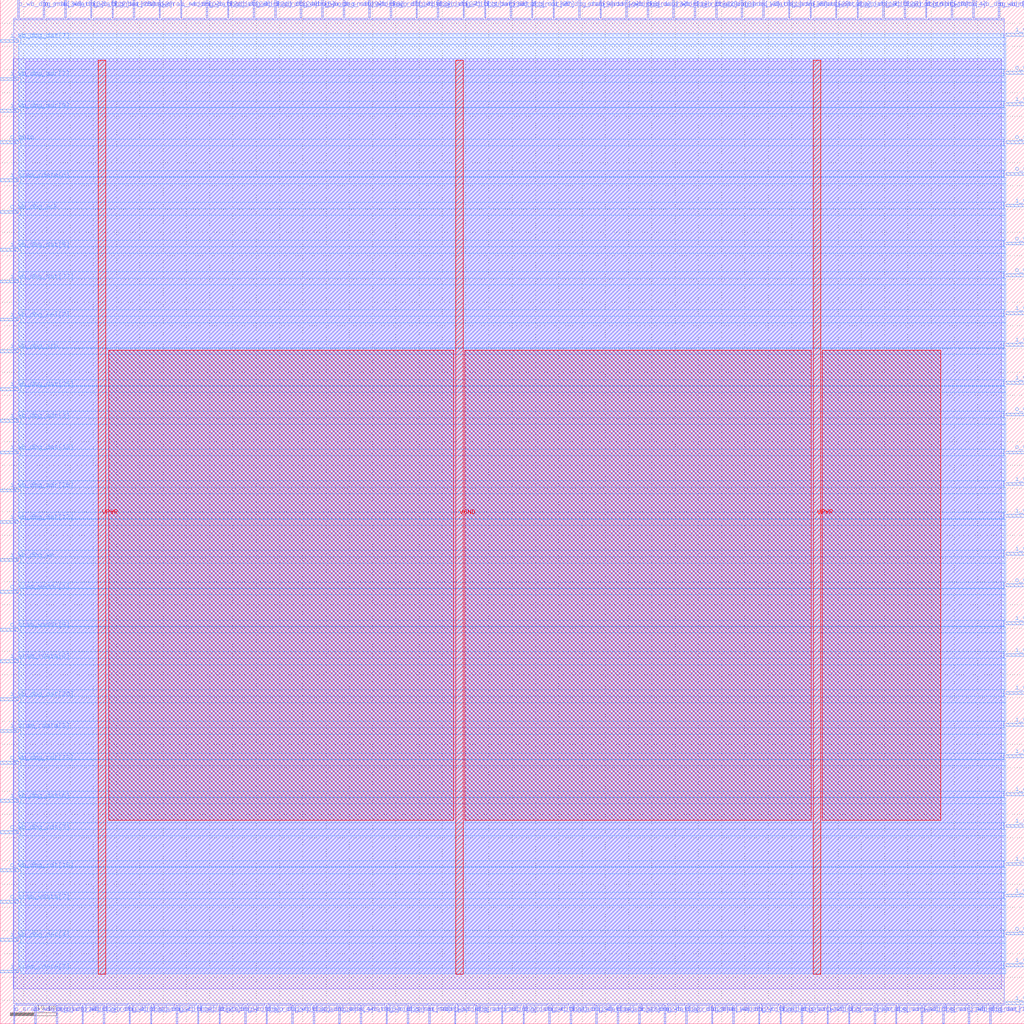
<source format=lef>
VERSION 5.7 ;
  NOWIREEXTENSIONATPIN ON ;
  DIVIDERCHAR "/" ;
  BUSBITCHARS "[]" ;
MACRO subservient
  CLASS BLOCK ;
  FOREIGN subservient ;
  ORIGIN 0.000 0.000 ;
  SIZE 220.000 BY 220.000 ;
  PIN i_clk
    DIRECTION INPUT ;
    USE SIGNAL ;
    PORT
      LAYER met3 ;
        RECT 216.000 49.000 220.000 49.600 ;
    END
  END i_clk
  PIN i_debug_mode
    DIRECTION INPUT ;
    USE SIGNAL ;
    PORT
      LAYER met2 ;
        RECT 64.490 216.000 64.770 220.000 ;
    END
  END i_debug_mode
  PIN i_rst
    DIRECTION INPUT ;
    USE SIGNAL ;
    PORT
      LAYER met2 ;
        RECT 204.330 216.000 204.610 220.000 ;
    END
  END i_rst
  PIN i_sram_rdata[0]
    DIRECTION INPUT ;
    USE SIGNAL ;
    PORT
      LAYER met3 ;
        RECT 0.000 77.560 4.000 78.160 ;
    END
  END i_sram_rdata[0]
  PIN i_sram_rdata[1]
    DIRECTION INPUT ;
    USE SIGNAL ;
    PORT
      LAYER met2 ;
        RECT 104.050 216.000 104.330 220.000 ;
    END
  END i_sram_rdata[1]
  PIN i_sram_rdata[2]
    DIRECTION INPUT ;
    USE SIGNAL ;
    PORT
      LAYER met2 ;
        RECT 24.010 216.000 24.290 220.000 ;
    END
  END i_sram_rdata[2]
  PIN i_sram_rdata[3]
    DIRECTION INPUT ;
    USE SIGNAL ;
    PORT
      LAYER met3 ;
        RECT 0.000 62.600 4.000 63.200 ;
    END
  END i_sram_rdata[3]
  PIN i_sram_rdata[4]
    DIRECTION INPUT ;
    USE SIGNAL ;
    PORT
      LAYER met2 ;
        RECT 182.250 0.000 182.530 4.000 ;
    END
  END i_sram_rdata[4]
  PIN i_sram_rdata[5]
    DIRECTION INPUT ;
    USE SIGNAL ;
    PORT
      LAYER met3 ;
        RECT 216.000 42.200 220.000 42.800 ;
    END
  END i_sram_rdata[5]
  PIN i_sram_rdata[6]
    DIRECTION INPUT ;
    USE SIGNAL ;
    PORT
      LAYER met3 ;
        RECT 0.000 180.920 4.000 181.520 ;
    END
  END i_sram_rdata[6]
  PIN i_sram_rdata[7]
    DIRECTION INPUT ;
    USE SIGNAL ;
    PORT
      LAYER met3 ;
        RECT 0.000 10.920 4.000 11.520 ;
    END
  END i_sram_rdata[7]
  PIN i_wb_dbg_adr[0]
    DIRECTION INPUT ;
    USE SIGNAL ;
    PORT
      LAYER met3 ;
        RECT 216.000 4.120 220.000 4.720 ;
    END
  END i_wb_dbg_adr[0]
  PIN i_wb_dbg_adr[10]
    DIRECTION INPUT ;
    USE SIGNAL ;
    PORT
      LAYER met2 ;
        RECT 62.650 0.000 62.930 4.000 ;
    END
  END i_wb_dbg_adr[10]
  PIN i_wb_dbg_adr[11]
    DIRECTION INPUT ;
    USE SIGNAL ;
    PORT
      LAYER met3 ;
        RECT 216.000 85.720 220.000 86.320 ;
    END
  END i_wb_dbg_adr[11]
  PIN i_wb_dbg_adr[12]
    DIRECTION INPUT ;
    USE SIGNAL ;
    PORT
      LAYER met2 ;
        RECT 167.530 0.000 167.810 4.000 ;
    END
  END i_wb_dbg_adr[12]
  PIN i_wb_dbg_adr[13]
    DIRECTION INPUT ;
    USE SIGNAL ;
    PORT
      LAYER met2 ;
        RECT 153.730 216.000 154.010 220.000 ;
    END
  END i_wb_dbg_adr[13]
  PIN i_wb_dbg_adr[14]
    DIRECTION INPUT ;
    USE SIGNAL ;
    PORT
      LAYER met2 ;
        RECT 208.930 216.000 209.210 220.000 ;
    END
  END i_wb_dbg_adr[14]
  PIN i_wb_dbg_adr[15]
    DIRECTION INPUT ;
    USE SIGNAL ;
    PORT
      LAYER met3 ;
        RECT 216.000 34.040 220.000 34.640 ;
    END
  END i_wb_dbg_adr[15]
  PIN i_wb_dbg_adr[16]
    DIRECTION INPUT ;
    USE SIGNAL ;
    PORT
      LAYER met2 ;
        RECT 97.610 0.000 97.890 4.000 ;
    END
  END i_wb_dbg_adr[16]
  PIN i_wb_dbg_adr[17]
    DIRECTION INPUT ;
    USE SIGNAL ;
    PORT
      LAYER met2 ;
        RECT 127.970 0.000 128.250 4.000 ;
    END
  END i_wb_dbg_adr[17]
  PIN i_wb_dbg_adr[18]
    DIRECTION INPUT ;
    USE SIGNAL ;
    PORT
      LAYER met3 ;
        RECT 216.000 197.240 220.000 197.840 ;
    END
  END i_wb_dbg_adr[18]
  PIN i_wb_dbg_adr[19]
    DIRECTION INPUT ;
    USE SIGNAL ;
    PORT
      LAYER met2 ;
        RECT 197.890 0.000 198.170 4.000 ;
    END
  END i_wb_dbg_adr[19]
  PIN i_wb_dbg_adr[1]
    DIRECTION INPUT ;
    USE SIGNAL ;
    PORT
      LAYER met3 ;
        RECT 216.000 78.920 220.000 79.520 ;
    END
  END i_wb_dbg_adr[1]
  PIN i_wb_dbg_adr[20]
    DIRECTION INPUT ;
    USE SIGNAL ;
    PORT
      LAYER met2 ;
        RECT 77.370 0.000 77.650 4.000 ;
    END
  END i_wb_dbg_adr[20]
  PIN i_wb_dbg_adr[21]
    DIRECTION INPUT ;
    USE SIGNAL ;
    PORT
      LAYER met2 ;
        RECT 48.850 216.000 49.130 220.000 ;
    END
  END i_wb_dbg_adr[21]
  PIN i_wb_dbg_adr[22]
    DIRECTION INPUT ;
    USE SIGNAL ;
    PORT
      LAYER met2 ;
        RECT 27.690 0.000 27.970 4.000 ;
    END
  END i_wb_dbg_adr[22]
  PIN i_wb_dbg_adr[23]
    DIRECTION INPUT ;
    USE SIGNAL ;
    PORT
      LAYER met2 ;
        RECT 187.770 0.000 188.050 4.000 ;
    END
  END i_wb_dbg_adr[23]
  PIN i_wb_dbg_adr[24]
    DIRECTION INPUT ;
    USE SIGNAL ;
    PORT
      LAYER met3 ;
        RECT 216.000 137.400 220.000 138.000 ;
    END
  END i_wb_dbg_adr[24]
  PIN i_wb_dbg_adr[25]
    DIRECTION INPUT ;
    USE SIGNAL ;
    PORT
      LAYER met2 ;
        RECT 163.850 216.000 164.130 220.000 ;
    END
  END i_wb_dbg_adr[25]
  PIN i_wb_dbg_adr[26]
    DIRECTION INPUT ;
    USE SIGNAL ;
    PORT
      LAYER met3 ;
        RECT 0.000 114.280 4.000 114.880 ;
    END
  END i_wb_dbg_adr[26]
  PIN i_wb_dbg_adr[27]
    DIRECTION INPUT ;
    USE SIGNAL ;
    PORT
      LAYER met3 ;
        RECT 216.000 115.640 220.000 116.240 ;
    END
  END i_wb_dbg_adr[27]
  PIN i_wb_dbg_adr[28]
    DIRECTION INPUT ;
    USE SIGNAL ;
    PORT
      LAYER met2 ;
        RECT 117.850 0.000 118.130 4.000 ;
    END
  END i_wb_dbg_adr[28]
  PIN i_wb_dbg_adr[29]
    DIRECTION INPUT ;
    USE SIGNAL ;
    PORT
      LAYER met3 ;
        RECT 216.000 175.480 220.000 176.080 ;
    END
  END i_wb_dbg_adr[29]
  PIN i_wb_dbg_adr[2]
    DIRECTION INPUT ;
    USE SIGNAL ;
    PORT
      LAYER met2 ;
        RECT 132.570 0.000 132.850 4.000 ;
    END
  END i_wb_dbg_adr[2]
  PIN i_wb_dbg_adr[30]
    DIRECTION INPUT ;
    USE SIGNAL ;
    PORT
      LAYER met3 ;
        RECT 216.000 145.560 220.000 146.160 ;
    END
  END i_wb_dbg_adr[30]
  PIN i_wb_dbg_adr[31]
    DIRECTION INPUT ;
    USE SIGNAL ;
    PORT
      LAYER met2 ;
        RECT 22.170 0.000 22.450 4.000 ;
    END
  END i_wb_dbg_adr[31]
  PIN i_wb_dbg_adr[3]
    DIRECTION INPUT ;
    USE SIGNAL ;
    PORT
      LAYER met3 ;
        RECT 0.000 129.240 4.000 129.840 ;
    END
  END i_wb_dbg_adr[3]
  PIN i_wb_dbg_adr[4]
    DIRECTION INPUT ;
    USE SIGNAL ;
    PORT
      LAYER met2 ;
        RECT 67.250 0.000 67.530 4.000 ;
    END
  END i_wb_dbg_adr[4]
  PIN i_wb_dbg_adr[5]
    DIRECTION INPUT ;
    USE SIGNAL ;
    PORT
      LAYER met2 ;
        RECT 58.970 216.000 59.250 220.000 ;
    END
  END i_wb_dbg_adr[5]
  PIN i_wb_dbg_adr[6]
    DIRECTION INPUT ;
    USE SIGNAL ;
    PORT
      LAYER met2 ;
        RECT 42.410 0.000 42.690 4.000 ;
    END
  END i_wb_dbg_adr[6]
  PIN i_wb_dbg_adr[7]
    DIRECTION INPUT ;
    USE SIGNAL ;
    PORT
      LAYER met3 ;
        RECT 0.000 202.680 4.000 203.280 ;
    END
  END i_wb_dbg_adr[7]
  PIN i_wb_dbg_adr[8]
    DIRECTION INPUT ;
    USE SIGNAL ;
    PORT
      LAYER met3 ;
        RECT 216.000 27.240 220.000 27.840 ;
    END
  END i_wb_dbg_adr[8]
  PIN i_wb_dbg_adr[9]
    DIRECTION INPUT ;
    USE SIGNAL ;
    PORT
      LAYER met3 ;
        RECT 0.000 195.880 4.000 196.480 ;
    END
  END i_wb_dbg_adr[9]
  PIN i_wb_dbg_dat[0]
    DIRECTION INPUT ;
    USE SIGNAL ;
    PORT
      LAYER met2 ;
        RECT 162.930 0.000 163.210 4.000 ;
    END
  END i_wb_dbg_dat[0]
  PIN i_wb_dbg_dat[10]
    DIRECTION INPUT ;
    USE SIGNAL ;
    PORT
      LAYER met2 ;
        RECT 107.730 0.000 108.010 4.000 ;
    END
  END i_wb_dbg_dat[10]
  PIN i_wb_dbg_dat[11]
    DIRECTION INPUT ;
    USE SIGNAL ;
    PORT
      LAYER met3 ;
        RECT 216.000 57.160 220.000 57.760 ;
    END
  END i_wb_dbg_dat[11]
  PIN i_wb_dbg_dat[12]
    DIRECTION INPUT ;
    USE SIGNAL ;
    PORT
      LAYER met3 ;
        RECT 0.000 122.440 4.000 123.040 ;
    END
  END i_wb_dbg_dat[12]
  PIN i_wb_dbg_dat[13]
    DIRECTION INPUT ;
    USE SIGNAL ;
    PORT
      LAYER met3 ;
        RECT 0.000 107.480 4.000 108.080 ;
    END
  END i_wb_dbg_dat[13]
  PIN i_wb_dbg_dat[14]
    DIRECTION INPUT ;
    USE SIGNAL ;
    PORT
      LAYER met2 ;
        RECT 122.450 0.000 122.730 4.000 ;
    END
  END i_wb_dbg_dat[14]
  PIN i_wb_dbg_dat[15]
    DIRECTION INPUT ;
    USE SIGNAL ;
    PORT
      LAYER met2 ;
        RECT 179.490 216.000 179.770 220.000 ;
    END
  END i_wb_dbg_dat[15]
  PIN i_wb_dbg_dat[16]
    DIRECTION INPUT ;
    USE SIGNAL ;
    PORT
      LAYER met3 ;
        RECT 216.000 100.680 220.000 101.280 ;
    END
  END i_wb_dbg_dat[16]
  PIN i_wb_dbg_dat[17]
    DIRECTION INPUT ;
    USE SIGNAL ;
    PORT
      LAYER met2 ;
        RECT 13.890 216.000 14.170 220.000 ;
    END
  END i_wb_dbg_dat[17]
  PIN i_wb_dbg_dat[18]
    DIRECTION INPUT ;
    USE SIGNAL ;
    PORT
      LAYER met2 ;
        RECT 147.290 0.000 147.570 4.000 ;
    END
  END i_wb_dbg_dat[18]
  PIN i_wb_dbg_dat[19]
    DIRECTION INPUT ;
    USE SIGNAL ;
    PORT
      LAYER met3 ;
        RECT 216.000 63.960 220.000 64.560 ;
    END
  END i_wb_dbg_dat[19]
  PIN i_wb_dbg_dat[1]
    DIRECTION INPUT ;
    USE SIGNAL ;
    PORT
      LAYER met2 ;
        RECT 208.010 0.000 208.290 4.000 ;
    END
  END i_wb_dbg_dat[1]
  PIN i_wb_dbg_dat[20]
    DIRECTION INPUT ;
    USE SIGNAL ;
    PORT
      LAYER met3 ;
        RECT 0.000 69.400 4.000 70.000 ;
    END
  END i_wb_dbg_dat[20]
  PIN i_wb_dbg_dat[21]
    DIRECTION INPUT ;
    USE SIGNAL ;
    PORT
      LAYER met2 ;
        RECT 38.730 216.000 39.010 220.000 ;
    END
  END i_wb_dbg_dat[21]
  PIN i_wb_dbg_dat[22]
    DIRECTION INPUT ;
    USE SIGNAL ;
    PORT
      LAYER met3 ;
        RECT 0.000 159.160 4.000 159.760 ;
    END
  END i_wb_dbg_dat[22]
  PIN i_wb_dbg_dat[23]
    DIRECTION INPUT ;
    USE SIGNAL ;
    PORT
      LAYER met2 ;
        RECT 37.810 0.000 38.090 4.000 ;
    END
  END i_wb_dbg_dat[23]
  PIN i_wb_dbg_dat[24]
    DIRECTION INPUT ;
    USE SIGNAL ;
    PORT
      LAYER met3 ;
        RECT 216.000 152.360 220.000 152.960 ;
    END
  END i_wb_dbg_dat[24]
  PIN i_wb_dbg_dat[25]
    DIRECTION INPUT ;
    USE SIGNAL ;
    PORT
      LAYER met3 ;
        RECT 0.000 136.040 4.000 136.640 ;
    END
  END i_wb_dbg_dat[25]
  PIN i_wb_dbg_dat[26]
    DIRECTION INPUT ;
    USE SIGNAL ;
    PORT
      LAYER met2 ;
        RECT 44.250 216.000 44.530 220.000 ;
    END
  END i_wb_dbg_dat[26]
  PIN i_wb_dbg_dat[27]
    DIRECTION INPUT ;
    USE SIGNAL ;
    PORT
      LAYER met2 ;
        RECT 89.330 216.000 89.610 220.000 ;
    END
  END i_wb_dbg_dat[27]
  PIN i_wb_dbg_dat[28]
    DIRECTION INPUT ;
    USE SIGNAL ;
    PORT
      LAYER met2 ;
        RECT 19.410 216.000 19.690 220.000 ;
    END
  END i_wb_dbg_dat[28]
  PIN i_wb_dbg_dat[29]
    DIRECTION INPUT ;
    USE SIGNAL ;
    PORT
      LAYER met3 ;
        RECT 216.000 212.200 220.000 212.800 ;
    END
  END i_wb_dbg_dat[29]
  PIN i_wb_dbg_dat[2]
    DIRECTION INPUT ;
    USE SIGNAL ;
    PORT
      LAYER met2 ;
        RECT 137.170 0.000 137.450 4.000 ;
    END
  END i_wb_dbg_dat[2]
  PIN i_wb_dbg_dat[30]
    DIRECTION INPUT ;
    USE SIGNAL ;
    PORT
      LAYER met2 ;
        RECT 99.450 216.000 99.730 220.000 ;
    END
  END i_wb_dbg_dat[30]
  PIN i_wb_dbg_dat[31]
    DIRECTION INPUT ;
    USE SIGNAL ;
    PORT
      LAYER met3 ;
        RECT 216.000 70.760 220.000 71.360 ;
    END
  END i_wb_dbg_dat[31]
  PIN i_wb_dbg_dat[3]
    DIRECTION INPUT ;
    USE SIGNAL ;
    PORT
      LAYER met2 ;
        RECT 134.410 216.000 134.690 220.000 ;
    END
  END i_wb_dbg_dat[3]
  PIN i_wb_dbg_dat[4]
    DIRECTION INPUT ;
    USE SIGNAL ;
    PORT
      LAYER met3 ;
        RECT 0.000 17.720 4.000 18.320 ;
    END
  END i_wb_dbg_dat[4]
  PIN i_wb_dbg_dat[5]
    DIRECTION INPUT ;
    USE SIGNAL ;
    PORT
      LAYER met3 ;
        RECT 0.000 165.960 4.000 166.560 ;
    END
  END i_wb_dbg_dat[5]
  PIN i_wb_dbg_dat[6]
    DIRECTION INPUT ;
    USE SIGNAL ;
    PORT
      LAYER met3 ;
        RECT 0.000 47.640 4.000 48.240 ;
    END
  END i_wb_dbg_dat[6]
  PIN i_wb_dbg_dat[7]
    DIRECTION INPUT ;
    USE SIGNAL ;
    PORT
      LAYER met3 ;
        RECT 0.000 210.840 4.000 211.440 ;
    END
  END i_wb_dbg_dat[7]
  PIN i_wb_dbg_dat[8]
    DIRECTION INPUT ;
    USE SIGNAL ;
    PORT
      LAYER met2 ;
        RECT 149.130 216.000 149.410 220.000 ;
    END
  END i_wb_dbg_dat[8]
  PIN i_wb_dbg_dat[9]
    DIRECTION INPUT ;
    USE SIGNAL ;
    PORT
      LAYER met2 ;
        RECT 118.770 216.000 119.050 220.000 ;
    END
  END i_wb_dbg_dat[9]
  PIN i_wb_dbg_sel[0]
    DIRECTION INPUT ;
    USE SIGNAL ;
    PORT
      LAYER met2 ;
        RECT 177.650 0.000 177.930 4.000 ;
    END
  END i_wb_dbg_sel[0]
  PIN i_wb_dbg_sel[1]
    DIRECTION INPUT ;
    USE SIGNAL ;
    PORT
      LAYER met3 ;
        RECT 216.000 108.840 220.000 109.440 ;
    END
  END i_wb_dbg_sel[1]
  PIN i_wb_dbg_sel[2]
    DIRECTION INPUT ;
    USE SIGNAL ;
    PORT
      LAYER met3 ;
        RECT 0.000 151.000 4.000 151.600 ;
    END
  END i_wb_dbg_sel[2]
  PIN i_wb_dbg_sel[3]
    DIRECTION INPUT ;
    USE SIGNAL ;
    PORT
      LAYER met3 ;
        RECT 216.000 12.280 220.000 12.880 ;
    END
  END i_wb_dbg_sel[3]
  PIN i_wb_dbg_stb
    DIRECTION INPUT ;
    USE SIGNAL ;
    PORT
      LAYER met3 ;
        RECT 0.000 144.200 4.000 144.800 ;
    END
  END i_wb_dbg_stb
  PIN i_wb_dbg_we
    DIRECTION INPUT ;
    USE SIGNAL ;
    PORT
      LAYER met3 ;
        RECT 0.000 99.320 4.000 99.920 ;
    END
  END i_wb_dbg_we
  PIN o_gpio
    DIRECTION OUTPUT TRISTATE ;
    USE SIGNAL ;
    PORT
      LAYER met3 ;
        RECT 0.000 189.080 4.000 189.680 ;
    END
  END o_gpio
  PIN o_sram_raddr[0]
    DIRECTION OUTPUT TRISTATE ;
    USE SIGNAL ;
    PORT
      LAYER met2 ;
        RECT 34.130 216.000 34.410 220.000 ;
    END
  END o_sram_raddr[0]
  PIN o_sram_raddr[1]
    DIRECTION OUTPUT TRISTATE ;
    USE SIGNAL ;
    PORT
      LAYER met2 ;
        RECT 139.010 216.000 139.290 220.000 ;
    END
  END o_sram_raddr[1]
  PIN o_sram_raddr[2]
    DIRECTION OUTPUT TRISTATE ;
    USE SIGNAL ;
    PORT
      LAYER met2 ;
        RECT 12.050 0.000 12.330 4.000 ;
    END
  END o_sram_raddr[2]
  PIN o_sram_raddr[3]
    DIRECTION OUTPUT TRISTATE ;
    USE SIGNAL ;
    PORT
      LAYER met2 ;
        RECT 87.490 0.000 87.770 4.000 ;
    END
  END o_sram_raddr[3]
  PIN o_sram_raddr[4]
    DIRECTION OUTPUT TRISTATE ;
    USE SIGNAL ;
    PORT
      LAYER met3 ;
        RECT 216.000 189.080 220.000 189.680 ;
    END
  END o_sram_raddr[4]
  PIN o_sram_raddr[5]
    DIRECTION OUTPUT TRISTATE ;
    USE SIGNAL ;
    PORT
      LAYER met2 ;
        RECT 202.490 0.000 202.770 4.000 ;
    END
  END o_sram_raddr[5]
  PIN o_sram_raddr[6]
    DIRECTION OUTPUT TRISTATE ;
    USE SIGNAL ;
    PORT
      LAYER met2 ;
        RECT 73.690 216.000 73.970 220.000 ;
    END
  END o_sram_raddr[6]
  PIN o_sram_raddr[7]
    DIRECTION OUTPUT TRISTATE ;
    USE SIGNAL ;
    PORT
      LAYER met2 ;
        RECT 102.210 0.000 102.490 4.000 ;
    END
  END o_sram_raddr[7]
  PIN o_sram_raddr[8]
    DIRECTION OUTPUT TRISTATE ;
    USE SIGNAL ;
    PORT
      LAYER met2 ;
        RECT 212.610 0.000 212.890 4.000 ;
    END
  END o_sram_raddr[8]
  PIN o_sram_ren
    DIRECTION OUTPUT TRISTATE ;
    USE SIGNAL ;
    PORT
      LAYER met2 ;
        RECT 114.170 216.000 114.450 220.000 ;
    END
  END o_sram_ren
  PIN o_sram_waddr[0]
    DIRECTION OUTPUT TRISTATE ;
    USE SIGNAL ;
    PORT
      LAYER met2 ;
        RECT 124.290 216.000 124.570 220.000 ;
    END
  END o_sram_waddr[0]
  PIN o_sram_waddr[1]
    DIRECTION OUTPUT TRISTATE ;
    USE SIGNAL ;
    PORT
      LAYER met3 ;
        RECT 0.000 92.520 4.000 93.120 ;
    END
  END o_sram_waddr[1]
  PIN o_sram_waddr[2]
    DIRECTION OUTPUT TRISTATE ;
    USE SIGNAL ;
    PORT
      LAYER met2 ;
        RECT 172.130 0.000 172.410 4.000 ;
    END
  END o_sram_waddr[2]
  PIN o_sram_waddr[3]
    DIRECTION OUTPUT TRISTATE ;
    USE SIGNAL ;
    PORT
      LAYER met3 ;
        RECT 216.000 182.280 220.000 182.880 ;
    END
  END o_sram_waddr[3]
  PIN o_sram_waddr[4]
    DIRECTION OUTPUT TRISTATE ;
    USE SIGNAL ;
    PORT
      LAYER met2 ;
        RECT 192.370 0.000 192.650 4.000 ;
    END
  END o_sram_waddr[4]
  PIN o_sram_waddr[5]
    DIRECTION OUTPUT TRISTATE ;
    USE SIGNAL ;
    PORT
      LAYER met2 ;
        RECT 92.090 0.000 92.370 4.000 ;
    END
  END o_sram_waddr[5]
  PIN o_sram_waddr[6]
    DIRECTION OUTPUT TRISTATE ;
    USE SIGNAL ;
    PORT
      LAYER met2 ;
        RECT 128.890 216.000 129.170 220.000 ;
    END
  END o_sram_waddr[6]
  PIN o_sram_waddr[7]
    DIRECTION OUTPUT TRISTATE ;
    USE SIGNAL ;
    PORT
      LAYER met2 ;
        RECT 152.810 0.000 153.090 4.000 ;
    END
  END o_sram_waddr[7]
  PIN o_sram_waddr[8]
    DIRECTION OUTPUT TRISTATE ;
    USE SIGNAL ;
    PORT
      LAYER met3 ;
        RECT 0.000 84.360 4.000 84.960 ;
    END
  END o_sram_waddr[8]
  PIN o_sram_wdata[0]
    DIRECTION OUTPUT TRISTATE ;
    USE SIGNAL ;
    PORT
      LAYER met2 ;
        RECT 173.970 216.000 174.250 220.000 ;
    END
  END o_sram_wdata[0]
  PIN o_sram_wdata[1]
    DIRECTION OUTPUT TRISTATE ;
    USE SIGNAL ;
    PORT
      LAYER met2 ;
        RECT 159.250 216.000 159.530 220.000 ;
    END
  END o_sram_wdata[1]
  PIN o_sram_wdata[2]
    DIRECTION OUTPUT TRISTATE ;
    USE SIGNAL ;
    PORT
      LAYER met2 ;
        RECT 169.370 216.000 169.650 220.000 ;
    END
  END o_sram_wdata[2]
  PIN o_sram_wdata[3]
    DIRECTION OUTPUT TRISTATE ;
    USE SIGNAL ;
    PORT
      LAYER met2 ;
        RECT 9.290 216.000 9.570 220.000 ;
    END
  END o_sram_wdata[3]
  PIN o_sram_wdata[4]
    DIRECTION OUTPUT TRISTATE ;
    USE SIGNAL ;
    PORT
      LAYER met2 ;
        RECT 198.810 216.000 199.090 220.000 ;
    END
  END o_sram_wdata[4]
  PIN o_sram_wdata[5]
    DIRECTION OUTPUT TRISTATE ;
    USE SIGNAL ;
    PORT
      LAYER met2 ;
        RECT 72.770 0.000 73.050 4.000 ;
    END
  END o_sram_wdata[5]
  PIN o_sram_wdata[6]
    DIRECTION OUTPUT TRISTATE ;
    USE SIGNAL ;
    PORT
      LAYER met2 ;
        RECT 2.850 0.000 3.130 4.000 ;
    END
  END o_sram_wdata[6]
  PIN o_sram_wdata[7]
    DIRECTION OUTPUT TRISTATE ;
    USE SIGNAL ;
    PORT
      LAYER met3 ;
        RECT 0.000 25.880 4.000 26.480 ;
    END
  END o_sram_wdata[7]
  PIN o_sram_wen
    DIRECTION OUTPUT TRISTATE ;
    USE SIGNAL ;
    PORT
      LAYER met2 ;
        RECT 28.610 216.000 28.890 220.000 ;
    END
  END o_sram_wen
  PIN o_wb_dbg_ack
    DIRECTION OUTPUT TRISTATE ;
    USE SIGNAL ;
    PORT
      LAYER met3 ;
        RECT 0.000 174.120 4.000 174.720 ;
    END
  END o_wb_dbg_ack
  PIN o_wb_dbg_rdt[0]
    DIRECTION OUTPUT TRISTATE ;
    USE SIGNAL ;
    PORT
      LAYER met3 ;
        RECT 216.000 19.080 220.000 19.680 ;
    END
  END o_wb_dbg_rdt[0]
  PIN o_wb_dbg_rdt[10]
    DIRECTION OUTPUT TRISTATE ;
    USE SIGNAL ;
    PORT
      LAYER met2 ;
        RECT 79.210 216.000 79.490 220.000 ;
    END
  END o_wb_dbg_rdt[10]
  PIN o_wb_dbg_rdt[11]
    DIRECTION OUTPUT TRISTATE ;
    USE SIGNAL ;
    PORT
      LAYER met2 ;
        RECT 93.930 216.000 94.210 220.000 ;
    END
  END o_wb_dbg_rdt[11]
  PIN o_wb_dbg_rdt[12]
    DIRECTION OUTPUT TRISTATE ;
    USE SIGNAL ;
    PORT
      LAYER met2 ;
        RECT 144.530 216.000 144.810 220.000 ;
    END
  END o_wb_dbg_rdt[12]
  PIN o_wb_dbg_rdt[13]
    DIRECTION OUTPUT TRISTATE ;
    USE SIGNAL ;
    PORT
      LAYER met3 ;
        RECT 0.000 55.800 4.000 56.400 ;
    END
  END o_wb_dbg_rdt[13]
  PIN o_wb_dbg_rdt[14]
    DIRECTION OUTPUT TRISTATE ;
    USE SIGNAL ;
    PORT
      LAYER met2 ;
        RECT 32.290 0.000 32.570 4.000 ;
    END
  END o_wb_dbg_rdt[14]
  PIN o_wb_dbg_rdt[15]
    DIRECTION OUTPUT TRISTATE ;
    USE SIGNAL ;
    PORT
      LAYER met2 ;
        RECT 7.450 0.000 7.730 4.000 ;
    END
  END o_wb_dbg_rdt[15]
  PIN o_wb_dbg_rdt[16]
    DIRECTION OUTPUT TRISTATE ;
    USE SIGNAL ;
    PORT
      LAYER met2 ;
        RECT 189.610 216.000 189.890 220.000 ;
    END
  END o_wb_dbg_rdt[16]
  PIN o_wb_dbg_rdt[17]
    DIRECTION OUTPUT TRISTATE ;
    USE SIGNAL ;
    PORT
      LAYER met2 ;
        RECT 194.210 216.000 194.490 220.000 ;
    END
  END o_wb_dbg_rdt[17]
  PIN o_wb_dbg_rdt[18]
    DIRECTION OUTPUT TRISTATE ;
    USE SIGNAL ;
    PORT
      LAYER met3 ;
        RECT 0.000 32.680 4.000 33.280 ;
    END
  END o_wb_dbg_rdt[18]
  PIN o_wb_dbg_rdt[19]
    DIRECTION OUTPUT TRISTATE ;
    USE SIGNAL ;
    PORT
      LAYER met2 ;
        RECT 82.890 0.000 83.170 4.000 ;
    END
  END o_wb_dbg_rdt[19]
  PIN o_wb_dbg_rdt[1]
    DIRECTION OUTPUT TRISTATE ;
    USE SIGNAL ;
    PORT
      LAYER met3 ;
        RECT 216.000 167.320 220.000 167.920 ;
    END
  END o_wb_dbg_rdt[1]
  PIN o_wb_dbg_rdt[20]
    DIRECTION OUTPUT TRISTATE ;
    USE SIGNAL ;
    PORT
      LAYER met2 ;
        RECT 52.530 0.000 52.810 4.000 ;
    END
  END o_wb_dbg_rdt[20]
  PIN o_wb_dbg_rdt[21]
    DIRECTION OUTPUT TRISTATE ;
    USE SIGNAL ;
    PORT
      LAYER met2 ;
        RECT 214.450 216.000 214.730 220.000 ;
    END
  END o_wb_dbg_rdt[21]
  PIN o_wb_dbg_rdt[22]
    DIRECTION OUTPUT TRISTATE ;
    USE SIGNAL ;
    PORT
      LAYER met3 ;
        RECT 216.000 160.520 220.000 161.120 ;
    END
  END o_wb_dbg_rdt[22]
  PIN o_wb_dbg_rdt[23]
    DIRECTION OUTPUT TRISTATE ;
    USE SIGNAL ;
    PORT
      LAYER met2 ;
        RECT 17.570 0.000 17.850 4.000 ;
    END
  END o_wb_dbg_rdt[23]
  PIN o_wb_dbg_rdt[24]
    DIRECTION OUTPUT TRISTATE ;
    USE SIGNAL ;
    PORT
      LAYER met2 ;
        RECT 54.370 216.000 54.650 220.000 ;
    END
  END o_wb_dbg_rdt[24]
  PIN o_wb_dbg_rdt[25]
    DIRECTION OUTPUT TRISTATE ;
    USE SIGNAL ;
    PORT
      LAYER met2 ;
        RECT 184.090 216.000 184.370 220.000 ;
    END
  END o_wb_dbg_rdt[25]
  PIN o_wb_dbg_rdt[26]
    DIRECTION OUTPUT TRISTATE ;
    USE SIGNAL ;
    PORT
      LAYER met2 ;
        RECT 157.410 0.000 157.690 4.000 ;
    END
  END o_wb_dbg_rdt[26]
  PIN o_wb_dbg_rdt[27]
    DIRECTION OUTPUT TRISTATE ;
    USE SIGNAL ;
    PORT
      LAYER met2 ;
        RECT 109.570 216.000 109.850 220.000 ;
    END
  END o_wb_dbg_rdt[27]
  PIN o_wb_dbg_rdt[28]
    DIRECTION OUTPUT TRISTATE ;
    USE SIGNAL ;
    PORT
      LAYER met2 ;
        RECT 112.330 0.000 112.610 4.000 ;
    END
  END o_wb_dbg_rdt[28]
  PIN o_wb_dbg_rdt[29]
    DIRECTION OUTPUT TRISTATE ;
    USE SIGNAL ;
    PORT
      LAYER met2 ;
        RECT 142.690 0.000 142.970 4.000 ;
    END
  END o_wb_dbg_rdt[29]
  PIN o_wb_dbg_rdt[2]
    DIRECTION OUTPUT TRISTATE ;
    USE SIGNAL ;
    PORT
      LAYER met3 ;
        RECT 216.000 122.440 220.000 123.040 ;
    END
  END o_wb_dbg_rdt[2]
  PIN o_wb_dbg_rdt[30]
    DIRECTION OUTPUT TRISTATE ;
    USE SIGNAL ;
    PORT
      LAYER met2 ;
        RECT 3.770 216.000 4.050 220.000 ;
    END
  END o_wb_dbg_rdt[30]
  PIN o_wb_dbg_rdt[31]
    DIRECTION OUTPUT TRISTATE ;
    USE SIGNAL ;
    PORT
      LAYER met2 ;
        RECT 57.130 0.000 57.410 4.000 ;
    END
  END o_wb_dbg_rdt[31]
  PIN o_wb_dbg_rdt[3]
    DIRECTION OUTPUT TRISTATE ;
    USE SIGNAL ;
    PORT
      LAYER met2 ;
        RECT 83.810 216.000 84.090 220.000 ;
    END
  END o_wb_dbg_rdt[3]
  PIN o_wb_dbg_rdt[4]
    DIRECTION OUTPUT TRISTATE ;
    USE SIGNAL ;
    PORT
      LAYER met3 ;
        RECT 216.000 93.880 220.000 94.480 ;
    END
  END o_wb_dbg_rdt[4]
  PIN o_wb_dbg_rdt[5]
    DIRECTION OUTPUT TRISTATE ;
    USE SIGNAL ;
    PORT
      LAYER met3 ;
        RECT 216.000 130.600 220.000 131.200 ;
    END
  END o_wb_dbg_rdt[5]
  PIN o_wb_dbg_rdt[6]
    DIRECTION OUTPUT TRISTATE ;
    USE SIGNAL ;
    PORT
      LAYER met2 ;
        RECT 47.010 0.000 47.290 4.000 ;
    END
  END o_wb_dbg_rdt[6]
  PIN o_wb_dbg_rdt[7]
    DIRECTION OUTPUT TRISTATE ;
    USE SIGNAL ;
    PORT
      LAYER met3 ;
        RECT 0.000 40.840 4.000 41.440 ;
    END
  END o_wb_dbg_rdt[7]
  PIN o_wb_dbg_rdt[8]
    DIRECTION OUTPUT TRISTATE ;
    USE SIGNAL ;
    PORT
      LAYER met3 ;
        RECT 216.000 204.040 220.000 204.640 ;
    END
  END o_wb_dbg_rdt[8]
  PIN o_wb_dbg_rdt[9]
    DIRECTION OUTPUT TRISTATE ;
    USE SIGNAL ;
    PORT
      LAYER met2 ;
        RECT 69.090 216.000 69.370 220.000 ;
    END
  END o_wb_dbg_rdt[9]
  PIN VPWR
    DIRECTION INOUT ;
    USE POWER ;
    PORT
      LAYER met4 ;
        RECT 174.640 10.640 176.240 206.960 ;
    END
  END VPWR
  PIN VPWR
    DIRECTION INOUT ;
    USE POWER ;
    PORT
      LAYER met4 ;
        RECT 21.040 10.640 22.640 206.960 ;
    END
  END VPWR
  PIN VGND
    DIRECTION INOUT ;
    USE GROUND ;
    PORT
      LAYER met4 ;
        RECT 97.840 10.640 99.440 206.960 ;
    END
  END VGND
  OBS
      LAYER li1 ;
        RECT 5.520 10.795 215.135 206.805 ;
      LAYER met1 ;
        RECT 2.830 7.520 215.210 207.360 ;
      LAYER met2 ;
        RECT 2.860 215.720 3.490 216.000 ;
        RECT 4.330 215.720 9.010 216.000 ;
        RECT 9.850 215.720 13.610 216.000 ;
        RECT 14.450 215.720 19.130 216.000 ;
        RECT 19.970 215.720 23.730 216.000 ;
        RECT 24.570 215.720 28.330 216.000 ;
        RECT 29.170 215.720 33.850 216.000 ;
        RECT 34.690 215.720 38.450 216.000 ;
        RECT 39.290 215.720 43.970 216.000 ;
        RECT 44.810 215.720 48.570 216.000 ;
        RECT 49.410 215.720 54.090 216.000 ;
        RECT 54.930 215.720 58.690 216.000 ;
        RECT 59.530 215.720 64.210 216.000 ;
        RECT 65.050 215.720 68.810 216.000 ;
        RECT 69.650 215.720 73.410 216.000 ;
        RECT 74.250 215.720 78.930 216.000 ;
        RECT 79.770 215.720 83.530 216.000 ;
        RECT 84.370 215.720 89.050 216.000 ;
        RECT 89.890 215.720 93.650 216.000 ;
        RECT 94.490 215.720 99.170 216.000 ;
        RECT 100.010 215.720 103.770 216.000 ;
        RECT 104.610 215.720 109.290 216.000 ;
        RECT 110.130 215.720 113.890 216.000 ;
        RECT 114.730 215.720 118.490 216.000 ;
        RECT 119.330 215.720 124.010 216.000 ;
        RECT 124.850 215.720 128.610 216.000 ;
        RECT 129.450 215.720 134.130 216.000 ;
        RECT 134.970 215.720 138.730 216.000 ;
        RECT 139.570 215.720 144.250 216.000 ;
        RECT 145.090 215.720 148.850 216.000 ;
        RECT 149.690 215.720 153.450 216.000 ;
        RECT 154.290 215.720 158.970 216.000 ;
        RECT 159.810 215.720 163.570 216.000 ;
        RECT 164.410 215.720 169.090 216.000 ;
        RECT 169.930 215.720 173.690 216.000 ;
        RECT 174.530 215.720 179.210 216.000 ;
        RECT 180.050 215.720 183.810 216.000 ;
        RECT 184.650 215.720 189.330 216.000 ;
        RECT 190.170 215.720 193.930 216.000 ;
        RECT 194.770 215.720 198.530 216.000 ;
        RECT 199.370 215.720 204.050 216.000 ;
        RECT 204.890 215.720 208.650 216.000 ;
        RECT 209.490 215.720 214.170 216.000 ;
        RECT 215.010 215.720 215.650 216.000 ;
        RECT 2.860 4.280 215.650 215.720 ;
        RECT 3.410 4.000 7.170 4.280 ;
        RECT 8.010 4.000 11.770 4.280 ;
        RECT 12.610 4.000 17.290 4.280 ;
        RECT 18.130 4.000 21.890 4.280 ;
        RECT 22.730 4.000 27.410 4.280 ;
        RECT 28.250 4.000 32.010 4.280 ;
        RECT 32.850 4.000 37.530 4.280 ;
        RECT 38.370 4.000 42.130 4.280 ;
        RECT 42.970 4.000 46.730 4.280 ;
        RECT 47.570 4.000 52.250 4.280 ;
        RECT 53.090 4.000 56.850 4.280 ;
        RECT 57.690 4.000 62.370 4.280 ;
        RECT 63.210 4.000 66.970 4.280 ;
        RECT 67.810 4.000 72.490 4.280 ;
        RECT 73.330 4.000 77.090 4.280 ;
        RECT 77.930 4.000 82.610 4.280 ;
        RECT 83.450 4.000 87.210 4.280 ;
        RECT 88.050 4.000 91.810 4.280 ;
        RECT 92.650 4.000 97.330 4.280 ;
        RECT 98.170 4.000 101.930 4.280 ;
        RECT 102.770 4.000 107.450 4.280 ;
        RECT 108.290 4.000 112.050 4.280 ;
        RECT 112.890 4.000 117.570 4.280 ;
        RECT 118.410 4.000 122.170 4.280 ;
        RECT 123.010 4.000 127.690 4.280 ;
        RECT 128.530 4.000 132.290 4.280 ;
        RECT 133.130 4.000 136.890 4.280 ;
        RECT 137.730 4.000 142.410 4.280 ;
        RECT 143.250 4.000 147.010 4.280 ;
        RECT 147.850 4.000 152.530 4.280 ;
        RECT 153.370 4.000 157.130 4.280 ;
        RECT 157.970 4.000 162.650 4.280 ;
        RECT 163.490 4.000 167.250 4.280 ;
        RECT 168.090 4.000 171.850 4.280 ;
        RECT 172.690 4.000 177.370 4.280 ;
        RECT 178.210 4.000 181.970 4.280 ;
        RECT 182.810 4.000 187.490 4.280 ;
        RECT 188.330 4.000 192.090 4.280 ;
        RECT 192.930 4.000 197.610 4.280 ;
        RECT 198.450 4.000 202.210 4.280 ;
        RECT 203.050 4.000 207.730 4.280 ;
        RECT 208.570 4.000 212.330 4.280 ;
        RECT 213.170 4.000 215.650 4.280 ;
      LAYER met3 ;
        RECT 3.990 211.840 215.600 212.665 ;
        RECT 4.400 211.800 215.600 211.840 ;
        RECT 4.400 210.440 216.000 211.800 ;
        RECT 3.990 205.040 216.000 210.440 ;
        RECT 3.990 203.680 215.600 205.040 ;
        RECT 4.400 203.640 215.600 203.680 ;
        RECT 4.400 202.280 216.000 203.640 ;
        RECT 3.990 198.240 216.000 202.280 ;
        RECT 3.990 196.880 215.600 198.240 ;
        RECT 4.400 196.840 215.600 196.880 ;
        RECT 4.400 195.480 216.000 196.840 ;
        RECT 3.990 190.080 216.000 195.480 ;
        RECT 4.400 188.680 215.600 190.080 ;
        RECT 3.990 183.280 216.000 188.680 ;
        RECT 3.990 181.920 215.600 183.280 ;
        RECT 4.400 181.880 215.600 181.920 ;
        RECT 4.400 180.520 216.000 181.880 ;
        RECT 3.990 176.480 216.000 180.520 ;
        RECT 3.990 175.120 215.600 176.480 ;
        RECT 4.400 175.080 215.600 175.120 ;
        RECT 4.400 173.720 216.000 175.080 ;
        RECT 3.990 168.320 216.000 173.720 ;
        RECT 3.990 166.960 215.600 168.320 ;
        RECT 4.400 166.920 215.600 166.960 ;
        RECT 4.400 165.560 216.000 166.920 ;
        RECT 3.990 161.520 216.000 165.560 ;
        RECT 3.990 160.160 215.600 161.520 ;
        RECT 4.400 160.120 215.600 160.160 ;
        RECT 4.400 158.760 216.000 160.120 ;
        RECT 3.990 153.360 216.000 158.760 ;
        RECT 3.990 152.000 215.600 153.360 ;
        RECT 4.400 151.960 215.600 152.000 ;
        RECT 4.400 150.600 216.000 151.960 ;
        RECT 3.990 146.560 216.000 150.600 ;
        RECT 3.990 145.200 215.600 146.560 ;
        RECT 4.400 145.160 215.600 145.200 ;
        RECT 4.400 143.800 216.000 145.160 ;
        RECT 3.990 138.400 216.000 143.800 ;
        RECT 3.990 137.040 215.600 138.400 ;
        RECT 4.400 137.000 215.600 137.040 ;
        RECT 4.400 135.640 216.000 137.000 ;
        RECT 3.990 131.600 216.000 135.640 ;
        RECT 3.990 130.240 215.600 131.600 ;
        RECT 4.400 130.200 215.600 130.240 ;
        RECT 4.400 128.840 216.000 130.200 ;
        RECT 3.990 123.440 216.000 128.840 ;
        RECT 4.400 122.040 215.600 123.440 ;
        RECT 3.990 116.640 216.000 122.040 ;
        RECT 3.990 115.280 215.600 116.640 ;
        RECT 4.400 115.240 215.600 115.280 ;
        RECT 4.400 113.880 216.000 115.240 ;
        RECT 3.990 109.840 216.000 113.880 ;
        RECT 3.990 108.480 215.600 109.840 ;
        RECT 4.400 108.440 215.600 108.480 ;
        RECT 4.400 107.080 216.000 108.440 ;
        RECT 3.990 101.680 216.000 107.080 ;
        RECT 3.990 100.320 215.600 101.680 ;
        RECT 4.400 100.280 215.600 100.320 ;
        RECT 4.400 98.920 216.000 100.280 ;
        RECT 3.990 94.880 216.000 98.920 ;
        RECT 3.990 93.520 215.600 94.880 ;
        RECT 4.400 93.480 215.600 93.520 ;
        RECT 4.400 92.120 216.000 93.480 ;
        RECT 3.990 86.720 216.000 92.120 ;
        RECT 3.990 85.360 215.600 86.720 ;
        RECT 4.400 85.320 215.600 85.360 ;
        RECT 4.400 83.960 216.000 85.320 ;
        RECT 3.990 79.920 216.000 83.960 ;
        RECT 3.990 78.560 215.600 79.920 ;
        RECT 4.400 78.520 215.600 78.560 ;
        RECT 4.400 77.160 216.000 78.520 ;
        RECT 3.990 71.760 216.000 77.160 ;
        RECT 3.990 70.400 215.600 71.760 ;
        RECT 4.400 70.360 215.600 70.400 ;
        RECT 4.400 69.000 216.000 70.360 ;
        RECT 3.990 64.960 216.000 69.000 ;
        RECT 3.990 63.600 215.600 64.960 ;
        RECT 4.400 63.560 215.600 63.600 ;
        RECT 4.400 62.200 216.000 63.560 ;
        RECT 3.990 58.160 216.000 62.200 ;
        RECT 3.990 56.800 215.600 58.160 ;
        RECT 4.400 56.760 215.600 56.800 ;
        RECT 4.400 55.400 216.000 56.760 ;
        RECT 3.990 50.000 216.000 55.400 ;
        RECT 3.990 48.640 215.600 50.000 ;
        RECT 4.400 48.600 215.600 48.640 ;
        RECT 4.400 47.240 216.000 48.600 ;
        RECT 3.990 43.200 216.000 47.240 ;
        RECT 3.990 41.840 215.600 43.200 ;
        RECT 4.400 41.800 215.600 41.840 ;
        RECT 4.400 40.440 216.000 41.800 ;
        RECT 3.990 35.040 216.000 40.440 ;
        RECT 3.990 33.680 215.600 35.040 ;
        RECT 4.400 33.640 215.600 33.680 ;
        RECT 4.400 32.280 216.000 33.640 ;
        RECT 3.990 28.240 216.000 32.280 ;
        RECT 3.990 26.880 215.600 28.240 ;
        RECT 4.400 26.840 215.600 26.880 ;
        RECT 4.400 25.480 216.000 26.840 ;
        RECT 3.990 20.080 216.000 25.480 ;
        RECT 3.990 18.720 215.600 20.080 ;
        RECT 4.400 18.680 215.600 18.720 ;
        RECT 4.400 17.320 216.000 18.680 ;
        RECT 3.990 13.280 216.000 17.320 ;
        RECT 3.990 11.920 215.600 13.280 ;
        RECT 4.400 11.880 215.600 11.920 ;
        RECT 4.400 10.715 216.000 11.880 ;
      LAYER met4 ;
        RECT 23.295 43.695 97.440 144.665 ;
        RECT 99.840 43.695 174.240 144.665 ;
        RECT 176.640 43.695 202.105 144.665 ;
  END
END subservient
END LIBRARY


</source>
